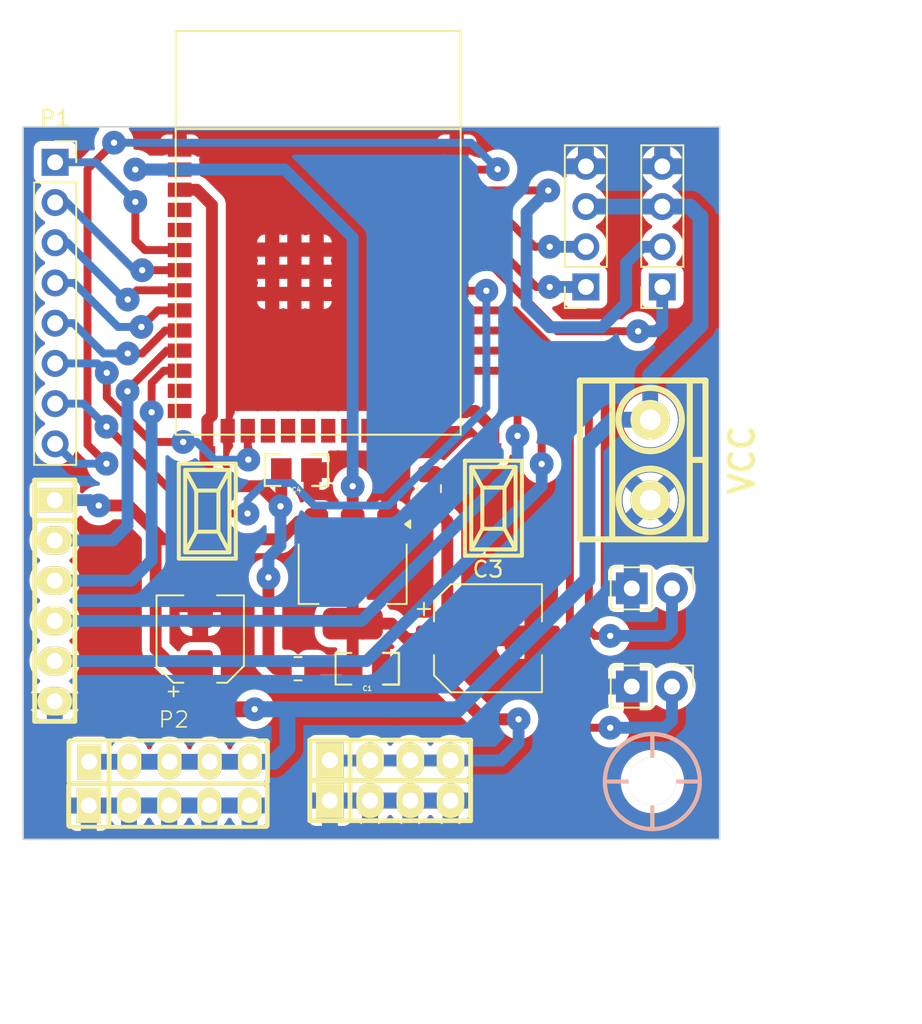
<source format=kicad_pcb>
(kicad_pcb (version 20240108) (generator "pcbnew") (generator_version "8.0")
  (title_block (title "Placa Main Triatlón") (date "2024-04-01") (rev "V2.0") (company "E.E.S.T. Nº5 \"2 de Abril\" Temperley") (comment 1 "Grupo: Space Angels"))
  (layers (0 "F.Cu" signal) (31 "B.Cu" signal) (34 "B.Paste" user) (35 "F.Paste" user) (36 "B.SilkS" user "B.Silkscreen") (37 "F.SilkS" user "F.Silkscreen") (38 "B.Mask" user) (39 "F.Mask" user) (44 "Edge.Cuts" user))
  (net 0 "")
  (net 1 "GND")
  (net 2 "+5V")
  (net 3 "+3V3")
  (net 4 "/EN")
  (net 6 "/TXD")
  (net 7 "/RXD")
  (net 8 "/SDA")
  (net 9 "/SCL")
  (net 10 "/IOO")
  (net 11 "/Sensor4")
  (net 13 "/MA2")
  (net 19 "/BOTON1")
  (net 23 "/Sensor7")
  (net 24 "/MA1")
  (net 25 "/MB2")
  (net 26 "/MB1")
  (net 30 "/Sensor1")
  (net 31 "/Sensor8")
  (net 32 "/Sensor3")
  (net 33 "/Sensor5")
  (net 34 "/ENABLE")
  (net 35 "/BOTON2")
  (net 36 "/Sensor2")
  (net 37 "/Sensor6")
  (footprint "Capacitor_SMD:CP_Elec_5x4.5" (layer "F.Cu") (at 132.19 98.35 90)
    (property "Reference" "C2" (hide yes))
    (property "Value" "10uF")
    (pad "1" smd roundrect (at -2.2 0 90) (size 3 1.6) (layers "F.Cu" "F.Paste" "F.Mask") (roundrect_rratio 0.15625) (net 2 "+5V"))
    (pad "2" smd roundrect (at 2.2 0 90) (size 3 1.6) (layers "F.Cu" "F.Paste" "F.Mask") (roundrect_rratio 0.15625) (net 1 "GND"))
  )
  (footprint "Footprints EEST n5:BORNERA2_AZUL" (layer "F.Cu") (at 160.616 87.038 90)
    (property "Reference" "J1" (hide yes))
    (property "Value" "VCC" (at 0 5.8 -90) (layer "F.SilkS") (effects (font (size 1.5 1.5) (thickness 0.3))))
    (pad "1" thru_hole circle (at -2.54 0 90) (size 2.5 2.5) (drill 1.3) (layers "*.Cu" "*.Mask" "F.SilkS") (net 1 "GND"))
    (pad "2" thru_hole circle (at 2.54 0 90) (size 2.5 2.5) (drill 1.3) (layers "*.Cu" "*.Mask" "F.SilkS") (net 2 "+5V"))
  )
  (footprint "Footprints EEST n5:Pulsador_SMD_2_ALTO" (layer "F.Cu") (at 150.71 90.086 90)
    (property "Reference" "SW_BOOT1" (hide yes))
    (property "Value" "SW_Push" (hide yes))
    (pad "1" smd rect (at -3.59918 0 90) (size 1.00076 1.00076) (layers "F.Cu" "F.Paste" "F.Mask") (net 1 "GND"))
    (pad "2" smd rect (at 3.59918 0 90) (size 1.00076 1.00076) (layers "F.Cu" "F.Paste" "F.Mask") (net 10 "/IOO"))
  )
  (footprint "Footprints EEST n5:Pulsador_SMD_2_ALTO" (layer "F.Cu") (at 132.6388 90.2716 90)
    (property "Reference" "SW_EN1" (hide yes))
    (property "Value" "SW_Push" (hide yes))
    (pad "1" smd rect (at -3.59918 0 90) (size 1.00076 1.00076) (layers "F.Cu" "F.Paste" "F.Mask") (net 1 "GND"))
    (pad "2" smd rect (at 3.59918 0 90) (size 1.00076 1.00076) (layers "F.Cu" "F.Paste" "F.Mask") (net 4 "/EN"))
  )
  (footprint "Footprints EEST n5:C_0805" (layer "F.Cu") (at 138.2649 87.6808 180)
    (property "Reference" "C4" (at 0 -1.25 180) (layer "F.SilkS") (effects (font (size 0.29972 0.29972) (thickness 0.06096))))
    (property "Value" "100nF" (hide yes))
    (pad "1" smd rect (at 0.9525 0 180) (size 1.30048 1.4986) (layers "F.Cu" "F.Paste" "F.Mask") (net 4 "/EN"))
    (pad "2" smd rect (at -0.9525 0 180) (size 1.30048 1.4986) (layers "F.Cu" "F.Paste" "F.Mask") (net 1 "GND"))
  )
  (footprint "Footprints EEST n5:pin_strip_4" (layer "F.Cu") (at 144.19 108.55)
    (property "Reference" "J8" (hide yes))
    (property "Value" "3vMultiplexor" (hide yes))
    (pad "1" thru_hole rect (at -3.81 0) (size 1.75 2.2) (drill 1.00076) (layers "*.Cu" "*.Mask" "F.SilkS") (net 1 "GND"))
    (pad "2" thru_hole oval (at -1.27 0) (size 1.75 2.2) (drill 1.00076) (layers "*.Cu" "*.Mask" "F.SilkS") (net 1 "GND"))
    (pad "3" thru_hole oval (at 1.27 0) (size 1.75 2.2) (drill 1.00076) (layers "*.Cu" "*.Mask" "F.SilkS") (net 1 "GND"))
    (pad "4" thru_hole oval (at 3.81 0) (size 1.75 2.2) (drill 1.00076) (layers "*.Cu" "*.Mask" "F.SilkS") (net 1 "GND"))
  )
  (footprint "Connector_PinHeader_2.54mm:PinHeader_1x02_P2.54mm_Vertical" (layer "F.Cu") (at 161.99 95.15 -90)
    (property "Reference" "J4" (hide yes))
    (property "Value" "Boton1")
    (pad "1" thru_hole oval (at 0 0 270) (size 2 2) (drill 1) (layers "*.Cu" "*.Mask") (net 35 "/BOTON2"))
    (pad "2" thru_hole rect (at 0 2.54 270) (size 2 2) (drill 1) (layers "*.Cu" "*.Mask") (net 1 "GND"))
  )
  (footprint "Resistor_SMD:R_0805_2012Metric" (layer "F.Cu") (at 146.6596 88.8511 90)
    (property "Reference" "R2" (hide yes))
    (property "Value" "10k")
    (pad "1" smd roundrect (at -0.9125 0 90) (size 1.025 1.4) (layers "F.Cu" "F.Paste" "F.Mask") (roundrect_rratio 0.243902) (net 3 "+3V3"))
    (pad "2" smd roundrect (at 0.9125 0 90) (size 1.025 1.4) (layers "F.Cu" "F.Paste" "F.Mask") (roundrect_rratio 0.243902) (net 10 "/IOO"))
  )
  (footprint "Capacitor_SMD:CP_Elec_6.3x5.9" (layer "F.Cu") (at 150.368 98.298)
    (property "Reference" "C3" (at 0 -4.35 0) (layer "F.SilkS"))
    (property "Value" "100uF")
    (pad "1" smd roundrect (at -2.8 0) (size 3.5 1.6) (layers "F.Cu" "F.Paste" "F.Mask") (roundrect_rratio 0.15625) (net 3 "+3V3"))
    (pad "2" smd roundrect (at 2.8 0) (size 3.5 1.6) (layers "F.Cu" "F.Paste" "F.Mask") (roundrect_rratio 0.15625) (net 1 "GND"))
  )
  (footprint "Resistor_SMD:R_0805_2012Metric" (layer "F.Cu") (at 138.365 100.225 180)
    (property "Reference" "R1" (hide yes))
    (property "Value" "10k")
    (pad "1" smd roundrect (at -0.9125 0 180) (size 1.025 1.4) (layers "F.Cu" "F.Paste" "F.Mask") (roundrect_rratio 0.243902) (net 3 "+3V3"))
    (pad "2" smd roundrect (at 0.9125 0 180) (size 1.025 1.4) (layers "F.Cu" "F.Paste" "F.Mask") (roundrect_rratio 0.243902) (net 4 "/EN"))
  )
  (footprint "EESTN5:hole_3mm" (layer "F.Cu") (at 160.75 107.35)
    (property "Reference" "hole_3mm" (hide yes))
    (property "Value" "VAL**" (hide yes))
    (pad "1" thru_hole circle (at 0 0) (size 3 3) (drill 3) (layers "*.Cu" "F.SilkS"))
  )
  (footprint "LOGO R:Pin_Header_02x05" (layer "F.Cu") (at 130.52 111.441)
    (property "Reference" "P2" (at 0 -8 0) (layer "F.SilkS") (effects (font (thickness 0.1))))
    (property "Value" "5vMultiplexor")
    (pad "1" thru_hole rect (at -5.35 -5.341) (size 1.524 2.19964) (drill 1.00076) (layers "*.Cu" "*.Mask" "F.SilkS") (net 2 "+5V"))
    (pad "2" thru_hole rect (at -5.37 -2.58) (size 1.524 2.19964) (drill 1.00076) (layers "*.Cu" "*.Mask" "F.SilkS") (net 1 "GND"))
    (pad "3" thru_hole oval (at -2.81 -5.341) (size 1.524 2.19964) (drill 1.00076) (layers "*.Cu" "*.Mask" "F.SilkS") (net 2 "+5V"))
    (pad "4" thru_hole oval (at -2.83 -2.58) (size 1.524 2.19964) (drill 1.00076) (layers "*.Cu" "*.Mask" "F.SilkS") (net 1 "GND"))
    (pad "5" thru_hole oval (at -0.27 -5.341) (size 1.524 2.19964) (drill 1.00076) (layers "*.Cu" "*.Mask" "F.SilkS") (net 2 "+5V"))
    (pad "6" thru_hole oval (at -0.29 -2.58) (size 1.524 2.19964) (drill 1.00076) (layers "*.Cu" "*.Mask" "F.SilkS") (net 1 "GND"))
    (pad "7" thru_hole oval (at 2.27 -5.341) (size 1.524 2.19964) (drill 1.00076) (layers "*.Cu" "*.Mask" "F.SilkS") (net 2 "+5V"))
    (pad "8" thru_hole oval (at 2.25 -2.58) (size 1.524 2.19964) (drill 1.00076) (layers "*.Cu" "*.Mask" "F.SilkS") (net 1 "GND"))
    (pad "9" thru_hole oval (at 4.81 -5.341) (size 1.524 2.19964) (drill 1.00076) (layers "*.Cu" "*.Mask" "F.SilkS") (net 2 "+5V"))
    (pad "10" thru_hole oval (at 4.79 -2.58) (size 1.524 2.19964) (drill 1.00076) (layers "*.Cu" "*.Mask" "F.SilkS") (net 1 "GND"))
  )
  (footprint "Connector_PinSocket_2.54mm:PinSocket_1x04_P2.54mm_Vertical" (layer "F.Cu") (at 156.552 76.116 180)
    (property "Reference" "J2" (hide yes))
    (property "Value" "Programador")
    (pad "1" thru_hole rect (at 0 0 180) (size 1.7 1.7) (drill 1) (layers "*.Cu" "*.Mask") (net 7 "/RXD"))
    (pad "2" thru_hole oval (at 0 2.54 180) (size 1.7 1.7) (drill 1) (layers "*.Cu" "*.Mask") (net 6 "/TXD"))
    (pad "3" thru_hole oval (at 0 5.08 180) (size 1.7 1.7) (drill 1) (layers "*.Cu" "*.Mask") (net 2 "+5V"))
    (pad "4" thru_hole oval (at 0 7.62 180) (size 1.7 1.7) (drill 1) (layers "*.Cu" "*.Mask") (net 1 "GND"))
  )
  (footprint "Footprints EEST n5:C_0805" (layer "F.Cu") (at 142.74 100.225 180)
    (property "Reference" "C1" (at 0 -1.25 180) (layer "F.SilkS") (effects (font (size 0.29972 0.29972) (thickness 0.06096))))
    (property "Value" "100nF" (hide yes))
    (pad "1" smd rect (at 0.9525 0 180) (size 1.30048 1.4986) (layers "F.Cu" "F.Paste" "F.Mask") (net 3 "+3V3"))
    (pad "2" smd rect (at -0.9525 0 180) (size 1.30048 1.4986) (layers "F.Cu" "F.Paste" "F.Mask") (net 1 "GND"))
  )
  (footprint "Connector_PinSocket_2.54mm:PinSocket_1x04_P2.54mm_Vertical" (layer "F.Cu") (at 161.378 76.116 180)
    (property "Reference" "J3" (hide yes))
    (property "Value" "I2C")
    (pad "1" thru_hole rect (at 0 0 180) (size 1.7 1.7) (drill 1) (layers "*.Cu" "*.Mask") (net 8 "/SDA"))
    (pad "2" thru_hole oval (at 0 2.54 180) (size 1.7 1.7) (drill 1) (layers "*.Cu" "*.Mask") (net 9 "/SCL"))
    (pad "3" thru_hole oval (at 0 5.08 180) (size 1.7 1.7) (drill 1) (layers "*.Cu" "*.Mask") (net 2 "+5V"))
    (pad "4" thru_hole oval (at 0 7.62 180) (size 1.7 1.7) (drill 1) (layers "*.Cu" "*.Mask") (net 1 "GND"))
  )
  (footprint "Connector_PinHeader_2.54mm:PinHeader_1x02_P2.54mm_Vertical" (layer "F.Cu") (at 161.99 101.35 -90)
    (property "Reference" "J5" (hide yes))
    (property "Value" "Boton2")
    (pad "1" thru_hole circle (at 0 0 270) (size 2 2) (drill 1) (layers "*.Cu" "*.Mask") (net 19 "/BOTON1"))
    (pad "2" thru_hole rect (at 0 2.54 270) (size 2 2) (drill 1) (layers "*.Cu" "*.Mask") (net 1 "GND"))
  )
  (footprint "Connector_PinSocket_2.54mm:PinSocket_1x08_P2.54mm_Vertical" (layer "F.Cu") (at 123.024 68.242)
    (property "Reference" "P1" (at 0 -2.77 0) (layer "F.SilkS"))
    (property "Value" "Sensores")
    (pad "1" thru_hole rect (at 0 0) (size 1.7 1.7) (drill 1) (layers "*.Cu" "*.Mask") (net 30 "/Sensor1"))
    (pad "2" thru_hole oval (at 0 2.54) (size 1.7 1.7) (drill 1) (layers "*.Cu" "*.Mask") (net 36 "/Sensor2"))
    (pad "3" thru_hole oval (at 0 5.08) (size 1.7 1.7) (drill 1) (layers "*.Cu" "*.Mask") (net 32 "/Sensor3"))
    (pad "4" thru_hole oval (at 0 7.62) (size 1.7 1.7) (drill 1) (layers "*.Cu" "*.Mask") (net 11 "/Sensor4"))
    (pad "5" thru_hole oval (at 0 10.16) (size 1.7 1.7) (drill 1) (layers "*.Cu" "*.Mask") (net 33 "/Sensor5"))
    (pad "6" thru_hole oval (at 0 12.7) (size 1.7 1.7) (drill 1) (layers "*.Cu" "*.Mask") (net 37 "/Sensor6"))
    (pad "7" thru_hole oval (at 0 15.24) (size 1.7 1.7) (drill 1) (layers "*.Cu" "*.Mask") (net 23 "/Sensor7"))
    (pad "8" thru_hole oval (at 0 17.78) (size 1.7 1.7) (drill 1) (layers "*.Cu" "*.Mask") (net 31 "/Sensor8"))
  )
  (footprint "Package_TO_SOT_SMD:SOT-223-3_TabPin2" (layer "F.Cu") (at 141.82 94.225 -90)
    (property "Reference" "U1" (hide yes))
    (property "Value" "AMS1117-3.3")
    (pad "1" smd roundrect (at -3.15 -2.3 270) (size 2 1.5) (layers "F.Cu" "F.Paste" "F.Mask") (net 1 "GND"))
    (pad "2" smd roundrect (at -3.15 0 270) (size 2 1.5) (layers "F.Cu" "F.Paste" "F.Mask") (net 3 "+3V3"))
    (pad "2" smd roundrect (at 3.15 0 270) (size 2 3.8) (layers "F.Cu" "F.Paste" "F.Mask") (net 3 "+3V3"))
    (pad "3" smd roundrect (at -3.15 2.3 270) (size 2 1.5) (layers "F.Cu" "F.Paste" "F.Mask") (net 2 "+5V"))
  )
  (footprint "Footprints EEST n5:pin_strip_4" (layer "F.Cu") (at 144.19 106)
    (property "Reference" "J7" (hide yes))
    (property "Value" "3vMultiplexor" (hide yes))
    (pad "1" thru_hole rect (at -3.81 0) (size 1.75 2.2) (drill 1.00076) (layers "*.Cu" "*.Mask" "F.SilkS") (net 3 "+3V3"))
    (pad "2" thru_hole oval (at -1.27 0) (size 1.75 2.2) (drill 1.00076) (layers "*.Cu" "*.Mask" "F.SilkS") (net 3 "+3V3"))
    (pad "3" thru_hole oval (at 1.27 0) (size 1.75 2.2) (drill 1.00076) (layers "*.Cu" "*.Mask" "F.SilkS") (net 3 "+3V3"))
    (pad "4" thru_hole oval (at 3.81 0) (size 1.75 2.2) (drill 1.00076) (layers "*.Cu" "*.Mask" "F.SilkS") (net 3 "+3V3"))
  )
  (footprint "EESTN5:ESP32-WROOM-32E" (layer "F.Cu") (at 139.64 75.69)
    (property "Reference" "U3" (hide yes))
    (property "Value" "ESP32-WROOM-32E")
    (pad "3V3" smd rect (at -8.75 -6.985) (size 1.5 0.9) (layers "F.Cu" "F.Paste" "F.Mask") (net 3 "+3V3"))
    (pad "5" smd rect (at -8.75 -4.445) (size 1.5 0.9) (layers "F.Cu" "F.Paste" "F.Mask"))
    (pad "8" smd rect (at -8.75 -3.175) (size 1.5 0.9) (layers "F.Cu" "F.Paste" "F.Mask"))
    (pad "9" smd rect (at -8.75 -5.715) (size 1.5 0.9) (layers "F.Cu" "F.Paste" "F.Mask") (net 4 "/EN"))
    (pad "10" smd rect (at -8.75 -1.905) (size 1.5 0.9) (layers "F.Cu" "F.Paste" "F.Mask") (net 30 "/Sensor1"))
    (pad "11" smd rect (at -8.75 -0.635) (size 1.5 0.9) (layers "F.Cu" "F.Paste" "F.Mask") (net 36 "/Sensor2"))
    (pad "12" smd rect (at -8.75 0.635) (size 1.5 0.9) (layers "F.Cu" "F.Paste" "F.Mask") (net 32 "/Sensor3"))
    (pad "13" smd rect (at -8.75 1.905) (size 1.5 0.9) (layers "F.Cu" "F.Paste" "F.Mask") (net 11 "/Sensor4"))
    (pad "14" smd rect (at -8.75 3.175) (size 1.5 0.9) (layers "F.Cu" "F.Paste" "F.Mask") (net 33 "/Sensor5"))
    (pad "15" smd rect (at -8.75 4.445) (size 1.5 0.9) (layers "F.Cu" "F.Paste" "F.Mask") (net 24 "/MA1"))
    (pad "16" smd rect (at -8.75 5.715) (size 1.5 0.9) (layers "F.Cu" "F.Paste" "F.Mask") (net 13 "/MA2"))
    (pad "17" smd rect (at -8.75 6.985) (size 1.5 0.9) (layers "F.Cu" "F.Paste" "F.Mask"))
    (pad "18" smd rect (at -8.75 8.255) (size 1.5 0.9) (layers "F.Cu" "F.Paste" "F.Mask"))
    (pad "20" smd rect (at -4.445 9.505 90) (size 1.5 0.9) (layers "F.Cu" "F.Paste" "F.Mask") (net 37 "/Sensor6"))
    (pad "21" smd rect (at 4.445 9.505 90) (size 1.5 0.9) (layers "F.Cu" "F.Paste" "F.Mask"))
    (pad "22" smd rect (at 5.715 9.505 90) (size 1.5 0.9) (layers "F.Cu" "F.Paste" "F.Mask"))
    (pad "23" smd rect (at 8.75 8.255 180) (size 1.5 0.9) (layers "F.Cu" "F.Paste" "F.Mask") (net 10 "/IOO"))
    (pad "24" smd rect (at 8.75 6.985 180) (size 1.5 0.9) (layers "F.Cu" "F.Paste" "F.Mask") (net 34 "/ENABLE"))
    (pad "25" smd rect (at 8.75 5.715 180) (size 1.5 0.9) (layers "F.Cu" "F.Paste" "F.Mask") (net 26 "/MB1"))
    (pad "27" smd rect (at 8.75 4.445 180) (size 1.5 0.9) (layers "F.Cu" "F.Paste" "F.Mask") (net 25 "/MB2"))
    (pad "28" smd rect (at -3.175 9.505 90) (size 1.5 0.9) (layers "F.Cu" "F.Paste" "F.Mask"))
    (pad "29" smd rect (at -1.905 9.505 90) (size 1.5 0.9) (layers "F.Cu" "F.Paste" "F.Mask"))
    (pad "30" smd rect (at -0.635 9.505 90) (size 1.5 0.9) (layers "F.Cu" "F.Paste" "F.Mask"))
    (pad "31" smd rect (at 0.635 9.505 90) (size 1.5 0.9) (layers "F.Cu" "F.Paste" "F.Mask"))
    (pad "32" smd rect (at 1.905 9.505 90) (size 1.5 0.9) (layers "F.Cu" "F.Paste" "F.Mask"))
    (pad "33" smd rect (at 3.175 9.505 90) (size 1.5 0.9) (layers "F.Cu" "F.Paste" "F.Mask"))
    (pad "34" smd rect (at 8.75 3.175 180) (size 1.5 0.9) (layers "F.Cu" "F.Paste" "F.Mask") (net 19 "/BOTON1"))
    (pad "35" smd rect (at 8.75 1.905 180) (size 1.5 0.9) (layers "F.Cu" "F.Paste" "F.Mask") (net 35 "/BOTON2"))
    (pad "36" smd rect (at 8.75 -6.985 180) (size 1.5 0.9) (layers "F.Cu" "F.Paste" "F.Mask") (net 31 "/Sensor8"))
    (pad "38" smd rect (at 8.75 0.635 180) (size 1.5 0.9) (layers "F.Cu" "F.Paste" "F.Mask") (net 23 "/Sensor7"))
    (pad "39" smd rect (at 8.75 -5.715 180) (size 1.5 0.9) (layers "F.Cu" "F.Paste" "F.Mask") (net 9 "/SCL"))
    (pad "40" smd rect (at 8.75 -3.175 180) (size 1.5 0.9) (layers "F.Cu" "F.Paste" "F.Mask") (net 7 "/RXD"))
    (pad "41" smd rect (at 8.75 -4.445 180) (size 1.5 0.9) (layers "F.Cu" "F.Paste" "F.Mask") (net 6 "/TXD"))
    (pad "42" smd rect (at 8.75 -1.905 180) (size 1.5 0.9) (layers "F.Cu" "F.Paste" "F.Mask") (net 8 "/SDA"))
    (pad "GND" smd rect (at -8.75 -8.255) (size 1.5 0.9) (layers "F.Cu" "F.Paste" "F.Mask") (net 1 "GND"))
    (pad "GND" smd rect (at -5.715 9.505 90) (size 1.5 0.9) (layers "F.Cu" "F.Paste" "F.Mask") (net 1 "GND"))
    (pad "GND" smd rect (at -2.9 -1.935) (size 0.9 0.9) (layers "F.Cu" "F.Paste" "F.Mask") (net 1 "GND"))
    (pad "GND" smd rect (at -2.9 -0.535) (size 0.9 0.9) (layers "F.Cu" "F.Paste" "F.Mask") (net 1 "GND"))
    (pad "GND" smd rect (at -2.9 0.865) (size 0.9 0.9) (layers "F.Cu" "F.Paste" "F.Mask") (net 1 "GND"))
    (pad "GND" smd rect (at -1.5 -1.935) (size 0.9 0.9) (layers "F.Cu" "F.Paste" "F.Mask") (net 1 "GND"))
    (pad "GND" smd rect (at -1.5 -0.535) (size 0.9 0.9) (layers "F.Cu" "F.Paste" "F.Mask") (net 1 "GND"))
    (pad "GND" smd rect (at -1.5 0.865) (size 0.9 0.9) (layers "F.Cu" "F.Paste" "F.Mask") (net 1 "GND"))
    (pad "GND" smd rect (at -0.1 -1.935) (size 0.9 0.9) (layers "F.Cu" "F.Paste" "F.Mask") (net 1 "GND"))
    (pad "GND" smd rect (at -0.1 -0.535) (size 0.9 0.9) (layers "F.Cu" "F.Paste" "F.Mask") (net 1 "GND"))
    (pad "GND" smd rect (at -0.1 0.865) (size 0.9 0.9) (layers "F.Cu" "F.Paste" "F.Mask") (net 1 "GND"))
    (pad "GND" smd rect (at 8.75 -8.255 180) (size 1.5 0.9) (layers "F.Cu" "F.Paste" "F.Mask") (net 1 "GND"))
    (pad "NC" smd rect (at 8.75 -0.635 180) (size 1.5 0.9) (layers "F.Cu" "F.Paste" "F.Mask"))
    (zone (net 0) (net_name "") (layer "F.Cu") (connect_pads (clearance 0)) (min_thickness 0.01)
      (keepout (tracks not_allowed) (vias not_allowed) (pads not_allowed) (copperpour not_allowed) (footprints allowed))
      (fill (thermal_gap 0.508) (thermal_bridge_width 0.508))
      (polygon (pts (xy 130.64 59.945) (xy 148.64 59.945) (xy 148.64 66.135) (xy 130.64 66.135)))
    )
  )
  (footprint "Footprints EEST n5:Pin_Header_6" (layer "F.Cu") (at 122.999 95.928 -90)
    (property "Reference" "J6" (hide yes))
    (property "Value" "Motores" (hide yes))
    (pad "1" thru_hole rect (at -6.35 0 270) (size 1.524 2.19964) (drill 1.00076) (layers "*.Cu" "*.Mask" "F.SilkS") (net 2 "+5V"))
    (pad "2" thru_hole oval (at -3.81 0 270) (size 1.8 2.19964) (drill 1.00076) (layers "*.Cu" "*.Mask" "F.SilkS") (net 24 "/MA1"))
    (pad "3" thru_hole oval (at -1.27 0 270) (size 1.8 2.19964) (drill 1.00076) (layers "*.Cu" "*.Mask" "F.SilkS") (net 13 "/MA2"))
    (pad "4" thru_hole oval (at 1.27 0 270) (size 1.8 2.19964) (drill 1.00076) (layers "*.Cu" "*.Mask" "F.SilkS") (net 26 "/MB1"))
    (pad "5" thru_hole oval (at 3.81 0 270) (size 1.8 2.19964) (drill 1.00076) (layers "*.Cu" "*.Mask" "F.SilkS") (net 25 "/MB2"))
    (pad "6" thru_hole oval (at 6.35 0 270) (size 1.8 2.19964) (drill 1.00076) (layers "*.Cu" "*.Mask" "F.SilkS") (net 1 "GND"))
  )
  (gr_rect (start 121 66) (end 165 111) (stroke (width 0.1)) (fill none) (layer "Edge.Cuts"))
  (segment (start 129.814 92.05) (end 137.28 92.05) (width 0.75) (layer "F.Cu") (net 2))
  (segment (start 135.626 102.786) (end 132.596 102.786) (width 1) (layer "F.Cu") (net 2))
  (segment (start 139.37524 90.93024) (end 139.52 91.075) (width 0.75) (layer "F.Cu") (net 2))
  (segment (start 129.374 91.61) (end 129.374 98.984) (width 0.75) (layer "F.Cu") (net 2))
  (segment (start 132.596 102.786) (end 132.19 102.38) (width 1) (layer "F.Cu") (net 2))
  (segment (start 139.52 91.075) (end 139.54 91.055) (width 0.75) (layer "F.Cu") (net 2))
  (segment (start 129.374 91.61) (end 129.814 92.05) (width 0.75) (layer "F.Cu") (net 2))
  (segment (start 138.39976 90.93024) (end 139.37524 90.93024) (width 0.75) (layer "F.Cu") (net 2))
  (segment (start 137.28 92.05) (end 138.39976 90.93024) (width 0.75) (layer "F.Cu") (net 2))
  (segment (start 125.7808 89.916) (end 127.68 89.916) (width 0.75) (layer "F.Cu") (net 2))
  (segment (start 127.68 89.916) (end 129.374 91.61) (width 0.75) (layer "F.Cu") (net 2))
  (segment (start 129.374 98.984) (end 130.74 100.35) (width 0.75) (layer "F.Cu") (net 2))
  (segment (start 130.74 100.35) (end 132.19 100.35) (width 0.75) (layer "F.Cu") (net 2))
  (segment (start 132.19 102.38) (end 132.19 100.35) (width 1) (layer "F.Cu") (net 2))
  (via (at 135.626 102.786) (size 1.5) (drill 0.4) (layers "F.Cu" "B.Cu") (net 2))
  (via (at 125.7808 89.916) (size 1.5) (drill 0.4) (layers "F.Cu" "B.Cu") (net 2))
  (segment (start 125.222 89.578) (end 123.024 89.578) (width 0.75) (layer "B.Cu") (net 2))
  (segment (start 163.79 71.7) (end 163.79 78.52) (width 1) (layer "B.Cu") (net 2))
  (segment (start 135.33 106.1) (end 125.17 106.1) (width 1) (layer "B.Cu") (net 2))
  (segment (start 160.616 84.498) (end 158.252 84.498) (width 1) (layer "B.Cu") (net 2))
  (segment (start 125.7808 89.916) (end 125.56 89.916) (width 0.75) (layer "B.Cu") (net 2))
  (segment (start 125.56 89.916) (end 125.222 89.578) (width 0.75) (layer "B.Cu") (net 2))
  (segment (start 135.626 102.786) (end 144.36 102.786) (width 1) (layer "B.Cu") (net 2))
  (segment (start 161.378 71.036) (end 163.126 71.036) (width 1) (layer "B.Cu") (net 2))
  (segment (start 161.378 71.036) (end 156.552 71.036) (width 1) (layer "B.Cu") (net 2))
  (segment (start 137.7 102.786) (end 137.7 105.24) (width 1) (layer "B.Cu") (net 2))
  (segment (start 144.36 102.786) (end 144.38 102.806) (width 1) (layer "B.Cu") (net 2))
  (segment (start 156.65 94.6) (end 148.464 102.786) (width 1) (layer "B.Cu") (net 2))
  (segment (start 136.84 106.1) (end 135.33 106.1) (width 1) (layer "B.Cu") (net 2))
  (segment (start 158.252 84.498) (end 156.65 86.1) (width 1) (layer "B.Cu") (net 2))
  (segment (start 160.616 81.694) (end 160.616 84.498) (width 1) (layer "B.Cu") (net 2))
  (segment (start 137.7 105.24) (end 136.84 106.1) (width 1) (layer "B.Cu") (net 2))
  (segment (start 135.626 102.786) (end 137.7 102.786) (width 1) (layer "B.Cu") (net 2))
  (segment (start 156.65 86.1) (end 156.65 94.6) (width 1) (layer "B.Cu") (net 2))
  (segment (start 163.126 71.036) (end 163.79 71.7) (width 1) (layer "B.Cu") (net 2))
  (segment (start 148.464 102.786) (end 144.36 102.786) (width 1) (layer "B.Cu") (net 2))
  (segment (start 163.79 78.52) (end 160.616 81.694) (width 1) (layer "B.Cu") (net 2))
  (segment (start 147.8 90.904) (end 147.8 98.11) (width 0.75) (layer "F.Cu") (net 3))
  (segment (start 130.835 68.65) (end 130.89 68.705) (width 0.75) (layer "F.Cu") (net 3))
  (segment (start 145.25 98.35) (end 146.69 98.35) (width 0.75) (layer "F.Cu") (net 3))
  (segment (start 146.6596 89.6114) (end 146.6596 89.7636) (width 0.75) (layer "F.Cu") (net 3))
  (segment (start 145.89 98.35) (end 147.49 98.35) (width 0.75) (layer "F.Cu") (net 3))
  (segment (start 144.275 97.375) (end 145.25 98.35) (width 0.75) (layer "F.Cu") (net 3))
  (segment (start 141.82 88.6968) (end 141.82 97.375) (width 0.75) (layer "F.Cu") (net 3))
  (segment (start 147.49 100.83) (end 147.49 98.35) (width 0.75) (layer "F.Cu") (net 3))
  (segment (start 141.82 100.0485) (end 141.6435 100.225) (width 0.75) (layer "F.Cu") (net 3))
  (segment (start 139.2775 100.225) (end 141.7875 100.225) (width 0.75) (layer "F.Cu") (net 3))
  (segment (start 128.39 68.7) (end 130.835 68.7) (width 0.75) (layer "F.Cu") (net 3))
  (segment (start 141.82 97.375) (end 144.275 97.375) (width 0.75) (layer "F.Cu") (net 3))
  (segment (start 146.69 98.35) (end 147.49 98.35) (width 0.75) (layer "F.Cu") (net 3))
  (segment (start 147.8 98.11) (end 147.56 98.35) (width 0.75) (layer "F.Cu") (net 3))
  (segment (start 146.6596 89.7636) (end 147.8 90.904) (width 0.75) (layer "F.Cu") (net 3))
  (segment (start 142.455 98.01) (end 141.82 97.375) (width 0.75) (layer "F.Cu") (net 3))
  (segment (start 150.08 103.42) (end 147.49 100.83) (width 0.75) (layer "F.Cu") (net 3))
  (segment (start 152.3 103.42) (end 150.08 103.42) (width 0.75) (layer "F.Cu") (net 3))
  (segment (start 141.82 97.375) (end 141.82 100.0485) (width 0.75) (layer "F.Cu") (net 3))
  (segment (start 147.56 98.35) (end 146.69 98.35) (width 0.75) (layer "F.Cu") (net 3))
  (via (at 128.09 68.7) (size 1.5) (drill 0.4) (layers "F.Cu" "B.Cu") (net 3))
  (via (at 152.3 103.42) (size 1.5) (drill 0.4) (layers "F.Cu" "B.Cu") (net 3))
  (via (at 141.82 88.6968) (size 1.5) (drill 0.4) (layers "F.Cu" "B.Cu") (net 3))
  (segment (start 152.3 104.91) (end 151.19 106.02) (width 0.75) (layer "B.Cu") (net 3))
  (segment (start 151.19 106.02) (end 140.4 106.02) (width 0.75) (layer "B.Cu") (net 3))
  (segment (start 141.82 72.99) (end 137.53 68.7) (width 0.75) (layer "B.Cu") (net 3))
  (segment (start 152.3 103.42) (end 152.3 104.91) (width 0.75) (layer "B.Cu") (net 3))
  (segment (start 140.4 106.02) (end 140.38 106) (width 0.75) (layer "B.Cu") (net 3))
  (segment (start 141.82 88.6968) (end 141.82 72.99) (width 0.75) (layer "B.Cu") (net 3))
  (segment (start 137.53 68.7) (end 128.09 68.7) (width 0.75) (layer "B.Cu") (net 3))
  (segment (start 136.5 94.46) (end 136.5 99.76) (width 0.75) (layer "F.Cu") (net 4))
  (segment (start 132.6388 87.7316) (end 132.6388 84.5212) (width 0.75) (layer "F.Cu") (net 4))
  (segment (start 137.3124 89.916) (end 137.3124 87.6808) (width 0.75) (layer "F.Cu") (net 4))
  (segment (start 133.6072 88.7) (end 132.6388 87.7316) (width 0.75) (layer "F.Cu") (net 4))
  (segment (start 137.2616 89.9668) (end 137.3124 89.916) (width 0.75) (layer "F.Cu") (net 4))
  (segment (start 131.97 69.975) (end 130.89 69.975) (width 0.75) (layer "F.Cu") (net 4))
  (segment (start 136.5 99.76) (end 136.965 100.225) (width 0.75) (layer "F.Cu") (net 4))
  (segment (start 136.965 100.225) (end 137.4525 100.225) (width 0.75) (layer "F.Cu") (net 4))
  (segment (start 137.2616 89.9668) (end 135.9948 88.7) (width 0.75) (layer "F.Cu") (net 4))
  (segment (start 136.74 94.22) (end 136.5 94.46) (width 0.75) (layer "F.Cu") (net 4))
  (segment (start 135.9948 88.7) (end 133.6072 88.7) (width 0.75) (layer "F.Cu") (net 4))
  (segment (start 132.93 84.23) (end 132.93 70.935) (width 0.75) (layer "F.Cu") (net 4))
  (segment (start 132.6388 84.5212) (end 132.93 84.23) (width 0.75) (layer "F.Cu") (net 4))
  (segment (start 132.93 70.935) (end 131.97 69.975) (width 0.75) (layer "F.Cu") (net 4))
  (via (at 136.5 94.46) (size 1.5) (drill 0.4) (layers "F.Cu" "B.Cu") (net 4))
  (via (at 137.2616 89.9668) (size 1.5) (drill 0.4) (layers "F.Cu" "B.Cu") (net 4))
  (segment (start 136.5 93.21) (end 136.5 94.46) (width 0.75) (layer "B.Cu") (net 4))
  (segment (start 136.5 94.46) (end 136.74 94.22) (width 0.75) (layer "B.Cu") (net 4))
  (segment (start 137.2616 92.4484) (end 136.5 93.21) (width 0.75) (layer "B.Cu") (net 4))
  (segment (start 137.2616 89.9668) (end 137.2616 92.4484) (width 0.75) (layer "B.Cu") (net 4))
  (segment (start 150.985 71.245) (end 148.39 71.245) (width 0.5) (layer "F.Cu") (net 6))
  (segment (start 153.316 73.576) (end 150.985 71.245) (width 0.5) (layer "F.Cu") (net 6))
  (segment (start 154.266 73.576) (end 153.316 73.576) (width 0.5) (layer "F.Cu") (net 6))
  (via (at 154.266 73.576) (size 1.5) (drill 0.4) (layers "F.Cu" "B.Cu") (net 6))
  (segment (start 154.266 73.576) (end 156.552 73.576) (width 0.75) (layer "B.Cu") (net 6))
  (segment (start 149.815 72.515) (end 148.39 72.515) (width 0.5) (layer "F.Cu") (net 7))
  (segment (start 153.416 76.116) (end 149.815 72.515) (width 0.5) (layer "F.Cu") (net 7))
  (segment (start 154.266 76.116) (end 153.416 76.116) (width 0.5) (layer "F.Cu") (net 7))
  (via (at 154.266 76.116) (size 1.5) (drill 0.4) (layers "F.Cu" "B.Cu") (net 7))
  (segment (start 156.552 76.116) (end 154.266 76.116) (width 0.75) (layer "B.Cu") (net 7))
  (segment (start 149.625 73.785) (end 148.39 73.785) (width 0.5) (layer "F.Cu") (net 8))
  (segment (start 154.75 78.91) (end 149.625 73.785) (width 0.5) (layer "F.Cu") (net 8))
  (segment (start 159.854 78.91) (end 154.75 78.91) (width 0.5) (layer "F.Cu") (net 8))
  (via (at 159.854 78.91) (size 1.5) (drill 0.4) (layers "F.Cu" "B.Cu") (net 8))
  (segment (start 161.378 76.116) (end 161.378 78.542) (width 0.75) (layer "B.Cu") (net 8))
  (segment (start 161.01 78.91) (end 159.854 78.91) (width 0.75) (layer "B.Cu") (net 8))
  (segment (start 161.378 78.542) (end 161.01 78.91) (width 0.75) (layer "B.Cu") (net 8))
  (segment (start 154.178 70.02) (end 148.435 70.02) (width 0.5) (layer "F.Cu") (net 9))
  (segment (start 148.435 70.02) (end 148.39 69.975) (width 0.5) (layer "F.Cu") (net 9))
  (via (at 154.178 70.02) (size 1.5) (drill 0.4) (layers "F.Cu" "B.Cu") (net 9))
  (segment (start 152.8064 71.3916) (end 152.8064 77.216) (width 0.75) (layer "B.Cu") (net 9))
  (segment (start 159.092 74.592) (end 160.108 73.576) (width 0.75) (layer "B.Cu") (net 9))
  (segment (start 152.8064 77.216) (end 154.2464 78.656) (width 0.75) (layer "B.Cu") (net 9))
  (segment (start 160.108 73.576) (end 161.378 73.576) (width 0.75) (layer "B.Cu") (net 9))
  (segment (start 157.568 78.656) (end 159.092 77.132) (width 0.75) (layer "B.Cu") (net 9))
  (segment (start 154.178 70.02) (end 152.8064 71.3916) (width 0.75) (layer "B.Cu") (net 9))
  (segment (start 154.2464 78.656) (end 157.568 78.656) (width 0.75) (layer "B.Cu") (net 9))
  (segment (start 159.092 77.132) (end 159.092 74.592) (width 0.75) (layer "B.Cu") (net 9))
  (segment (start 146.6596 87.9386) (end 147.9814 87.9386) (width 0.75) (layer "F.Cu") (net 10))
  (segment (start 149.43318 86.48682) (end 150.71 86.48682) (width 0.75) (layer "F.Cu") (net 10))
  (segment (start 149.56 83.945) (end 148.39 83.945) (width 0.75) (layer "F.Cu") (net 10))
  (segment (start 150.71 86.48682) (end 150.71 86.265) (width 0.25) (layer "F.Cu") (net 10))
  (segment (start 147.9814 87.9386) (end 149.43318 86.48682) (width 0.75) (layer "F.Cu") (net 10))
  (segment (start 150.71 86.265) (end 150.71 85.095) (width 0.75) (layer "F.Cu") (net 10))
  (segment (start 150.71 85.095) (end 149.56 83.945) (width 0.75) (layer "F.Cu") (net 10))
  (segment (start 129.5166 77.595) (end 130.89 77.595) (width 0.5) (layer "F.Cu") (net 11))
  (segment (start 128.4732 78.6384) (end 129.5166 77.595) (width 0.5) (layer "F.Cu") (net 11))
  (via (at 128.4732 78.6384) (size 1.5) (drill 0.4) (layers "F.Cu" "B.Cu") (net 11))
  (segment (start 128.4732 78.6384) (end 127 78.6384) (width 0.5) (layer "B.Cu") (net 11))
  (segment (start 124.2236 75.862) (end 123.024 75.862) (width 0.5) (layer "B.Cu") (net 11))
  (segment (start 127 78.6384) (end 124.2236 75.862) (width 0.5) (layer "B.Cu") (net 11))
  (segment (start 129.12 82.17) (end 129.885 81.405) (width 0.5) (layer "F.Cu") (net 13))
  (segment (start 129.885 81.405) (end 130.89 81.405) (width 0.5) (layer "F.Cu") (net 13))
  (segment (start 129.12 84.0232) (end 129.12 82.17) (width 0.5) (layer "F.Cu") (net 13))
  (via (at 129.12 84.0232) (size 1.5) (drill 0.4) (layers "F.Cu" "B.Cu") (net 13))
  (segment (start 127.832 94.658) (end 123.024 94.658) (width 0.75) (layer "B.Cu") (net 13))
  (segment (start 129.12 93.37) (end 127.832 94.658) (width 0.75) (layer "B.Cu") (net 13))
  (segment (start 129.12 84.0232) (end 129.12 93.37) (width 0.75) (layer "B.Cu") (net 13))
  (segment (start 156.24 103.95) (end 155.54 103.25) (width 0.5) (layer "F.Cu") (net 19))
  (segment (start 158.09 103.95) (end 156.24 103.95) (width 0.5) (layer "F.Cu") (net 19))
  (segment (start 155.54 103.25) (end 155.54 82.5) (width 0.5) (layer "F.Cu") (net 19))
  (segment (start 155.54 82.5) (end 151.905 78.865) (width 0.5) (layer "F.Cu") (net 19))
  (segment (start 151.905 78.865) (end 148.39 78.865) (width 0.5) (layer "F.Cu") (net 19))
  (via (at 158.09 103.95) (size 1.5) (drill 0.4) (layers "F.Cu" "B.Cu") (net 19))
  (segment (start 161.99 101.35) (end 161.99 103.5) (width 0.75) (layer "B.Cu") (net 19))
  (segment (start 161.54 103.95) (end 158.09 103.95) (width 0.75) (layer "B.Cu") (net 19))
  (segment (start 161.99 103.5) (end 161.54 103.95) (width 0.75) (layer "B.Cu") (net 19))
  (segment (start 150.2664 76.3524) (end 148.4174 76.3524) (width 0.5) (layer "F.Cu") (net 23))
  (segment (start 148.4174 76.3524) (end 148.39 76.325) (width 0.5) (layer "F.Cu") (net 23))
  (segment (start 131.7752 90.424) (end 135.1788 90.424) (width 0.5) (layer "F.Cu") (net 23))
  (segment (start 126.2888 84.9376) (end 131.7752 90.424) (width 0.5) (layer "F.Cu") (net 23))
  (segment (start 126.271 84.9376) (end 126.2888 84.9376) (width 0.5) (layer "F.Cu") (net 23))
  (via (at 126.271 84.9376) (size 1.5) (drill 0.4) (layers "F.Cu" "B.Cu") (net 23))
  (via (at 135.1788 90.424) (size 1.5) (drill 0.4) (layers "F.Cu" "B.Cu") (net 23))
  (via (at 150.2664 76.3524) (size 1.5) (drill 0.4) (layers "F.Cu" "B.Cu") (net 23))
  (segment (start 135.1788 89.5604) (end 136.2456 88.4936) (width 0.5) (layer "B.Cu") (net 23))
  (segment (start 135.1788 90.424) (end 135.1788 89.5604) (width 0.5) (layer "B.Cu") (net 23))
  (segment (start 137.9728 88.4936) (end 139.3952 89.916) (width 0.5) (layer "B.Cu") (net 23))
  (segment (start 136.2456 88.4936) (end 137.9728 88.4936) (width 0.5) (layer "B.Cu") (net 23))
  (segment (start 124.8154 83.482) (end 123.024 83.482) (width 0.5) (layer "B.Cu") (net 23))
  (segment (start 139.3952 89.916) (end 144.0688 89.916) (width 0.5) (layer "B.Cu") (net 23))
  (segment (start 150.2664 83.7184) (end 150.2664 76.3524) (width 0.5) (layer "B.Cu") (net 23))
  (segment (start 126.271 84.9376) (end 124.8154 83.482) (width 0.5) (layer "B.Cu") (net 23))
  (segment (start 144.0688 89.916) (end 150.2664 83.7184) (width 0.5) (layer "B.Cu") (net 23))
  (segment (start 130.0754 80.135) (end 130.89 80.135) (width 0.5) (layer "F.Cu") (net 24))
  (segment (start 127.596 82.6144) (end 130.0754 80.135) (width 0.5) (layer "F.Cu") (net 24))
  (segment (start 127.596 82.7024) (end 127.596 82.6144) (width 0.5) (layer "F.Cu") (net 24))
  (via (at 127.596 82.7024) (size 1.5) (drill 0.4) (layers "F.Cu" "B.Cu") (net 24))
  (segment (start 127.596 82.7024) (end 127.596 91.194) (width 0.75) (layer "B.Cu") (net 24))
  (segment (start 126.672 92.118) (end 123.024 92.118) (width 0.75) (layer "B.Cu") (net 24))
  (segment (start 127.596 91.194) (end 126.672 92.118) (width 0.75) (layer "B.Cu") (net 24))
  (segment (start 153.758 87.292) (end 153.758 82.318) (width 0.5) (layer "F.Cu") (net 25))
  (segment (start 153.758 82.318) (end 151.575 80.135) (width 0.5) (layer "F.Cu") (net 25))
  (segment (start 151.575 80.135) (end 148.39 80.135) (width 0.5) (layer "F.Cu") (net 25))
  (via (at 153.758 87.292) (size 1.5) (drill 0.4) (layers "F.Cu" "B.Cu") (net 25))
  (segment (start 123.024 99.738) (end 142.702 99.738) (width 0.75) (layer "B.Cu") (net 25))
  (segment (start 153.758 88.682) (end 153.758 87.292) (width 0.75) (layer "B.Cu") (net 25))
  (segment (start 142.702 99.738) (end 153.758 88.682) (width 0.75) (layer "B.Cu") (net 25))
  (segment (start 152.234 85.514) (end 152.234 82.444) (width 0.5) (layer "F.Cu") (net 26))
  (segment (start 151.195 81.405) (end 148.39 81.405) (width 0.5) (layer "F.Cu") (net 26))
  (segment (start 152.234 82.444) (end 151.195 81.405) (width 0.5) (layer "F.Cu") (net 26))
  (via (at 152.234 85.514) (size 1.5) (drill 0.4) (layers "F.Cu" "B.Cu") (net 26))
  (segment (start 142.382 97.198) (end 152.234 87.346) (width 0.75) (layer "B.Cu") (net 26))
  (segment (start 152.234 87.346) (end 152.234 85.514) (width 0.75) (layer "B.Cu") (net 26))
  (segment (start 123.024 97.198) (end 142.382 97.198) (width 0.75) (layer "B.Cu") (net 26))
  (segment (start 128.6998 73.785) (end 130.89 73.785) (width 0.5) (layer "F.Cu") (net 30))
  (segment (start 128.0922 73.1774) (end 128.6998 73.785) (width 0.5) (layer "F.Cu") (net 30))
  (segment (start 128.0922 70.739) (end 128.0922 73.1774) (width 0.5) (layer "F.Cu") (net 30))
  (via (at 128.0922 70.739) (size 1.5) (drill 0.4) (layers "F.Cu" "B.Cu") (net 30))
  (segment (start 125.5952 68.242) (end 123.024 68.242) (width 0.5) (layer "B.Cu") (net 30))
  (segment (start 128.0922 70.739) (end 125.5952 68.242) (width 0.5) (layer "B.Cu") (net 30))
  (segment (start 125.0696 68.6816) (end 126.746 67.0052) (width 0.5) (layer "F.Cu") (net 31))
  (segment (start 150.9776 68.6816) (end 150.9542 68.705) (width 0.5) (layer "F.Cu") (net 31))
  (segment (start 126.271 87.2744) (end 125.0696 86.073) (width 0.5) (layer "F.Cu") (net 31))
  (segment (start 150.9542 68.705) (end 148.39 68.705) (width 0.5) (layer "F.Cu") (net 31))
  (segment (start 125.0696 86.073) (end 125.0696 68.6816) (width 0.5) (layer "F.Cu") (net 31))
  (via (at 150.9776 68.6816) (size 1.5) (drill 0.4) (layers "F.Cu" "B.Cu") (net 31))
  (via (at 126.271 87.2744) (size 1.5) (drill 0.4) (layers "F.Cu" "B.Cu") (net 31))
  (via (at 126.746 67.0052) (size 1.5) (drill 0.4) (layers "F.Cu" "B.Cu") (net 31))
  (segment (start 149.3012 67.0052) (end 150.9776 68.6816) (width 0.5) (layer "B.Cu") (net 31))
  (segment (start 126.271 87.2744) (end 124.2764 87.2744) (width 0.5) (layer "B.Cu") (net 31))
  (segment (start 126.746 67.0052) (end 149.3012 67.0052) (width 0.5) (layer "B.Cu") (net 31))
  (segment (start 124.2764 87.2744) (end 123.024 86.022) (width 0.5) (layer "B.Cu") (net 31))
  (segment (start 128.1958 76.325) (end 130.89 76.325) (width 0.5) (layer "F.Cu") (net 32))
  (segment (start 127.6096 76.9112) (end 128.1958 76.325) (width 0.5) (layer "F.Cu") (net 32))
  (via (at 127.6096 76.9112) (size 1.5) (drill 0.4) (layers "F.Cu" "B.Cu") (net 32))
  (segment (start 127.4064 76.9112) (end 123.8172 73.322) (width 0.5) (layer "B.Cu") (net 32))
  (segment (start 123.8172 73.322) (end 122.9732 73.322) (width 0.5) (layer "B.Cu") (net 32))
  (segment (start 127.6096 76.9112) (end 127.4064 76.9112) (width 0.5) (layer "B.Cu") (net 32))
  (segment (start 129.9738 78.865) (end 130.89 78.865) (width 0.5) (layer "F.Cu") (net 33))
  (segment (start 127.6096 80.3148) (end 128.524 80.3148) (width 0.5) (layer "F.Cu") (net 33))
  (segment (start 128.524 80.3148) (end 129.9738 78.865) (width 0.5) (layer "F.Cu") (net 33))
  (via (at 127.6096 80.3148) (size 1.5) (drill 0.4) (layers "F.Cu" "B.Cu") (net 33))
  (segment (start 124.1728 78.402) (end 123.024 78.402) (width 0.5) (layer "B.Cu") (net 33))
  (segment (start 127.6096 80.3148) (end 126.0856 80.3148) (width 0.5) (layer "B.Cu") (net 33))
  (segment (start 126.0856 80.3148) (end 124.1728 78.402) (width 0.5) (layer "B.Cu") (net 33))
  (segment (start 157.79 98.15) (end 157.14 98.15) (width 0.5) (layer "F.Cu") (net 35))
  (segment (start 156.74 97.75) (end 156.74 82.275) (width 0.5) (layer "F.Cu") (net 35))
  (segment (start 156.74 82.275) (end 152.06 77.595) (width 0.5) (layer "F.Cu") (net 35))
  (segment (start 157.14 98.15) (end 156.74 97.75) (width 0.5) (layer "F.Cu") (net 35))
  (segment (start 152.06 77.595) (end 148.39 77.595) (width 0.5) (layer "F.Cu") (net 35))
  (via (at 158.09 98.15) (size 1.5) (drill 0.4) (layers "F.Cu" "B.Cu") (net 35))
  (segment (start 158.09 98.15) (end 161.64 98.15) (width 0.75) (layer "B.Cu") (net 35))
  (segment (start 161.99 97.8) (end 161.99 95.15) (width 0.75) (layer "B.Cu") (net 35))
  (segment (start 161.64 98.15) (end 161.99 97.8) (width 0.75) (layer "B.Cu") (net 35))
  (segment (start 128.524 75.055) (end 130.89 75.055) (width 0.5) (layer "F.Cu") (net 36))
  (via (at 128.524 75.055) (size 1.5) (drill 0.4) (layers "F.Cu" "B.Cu") (net 36))
  (segment (start 128.0394 75.055) (end 123.7664 70.782) (width 0.5) (layer "B.Cu") (net 36))
  (segment (start 128.524 75.055) (end 128.0394 75.055) (width 0.5) (layer "B.Cu") (net 36))
  (segment (start 123.7664 70.782) (end 123.024 70.782) (width 0.5) (layer "B.Cu") (net 36))
  (segment (start 126.2888 83.092257) (end 126.2888 81.534) (width 0.5) (layer "F.Cu") (net 37))
  (segment (start 131.1148 85.9028) (end 129.099343 85.9028) (width 0.5) (layer "F.Cu") (net 37))
  (segment (start 135.2296 86.2768) (end 135.195 86.2422) (width 0.5) (layer "F.Cu") (net 37))
  (segment (start 135.195 86.2422) (end 135.195 85.195) (width 0.5) (layer "F.Cu") (net 37))
  (segment (start 129.099343 85.9028) (end 126.2888 83.092257) (width 0.5) (layer "F.Cu") (net 37))
  (segment (start 135.2296 87.0204) (end 135.2296 86.2768) (width 0.5) (layer "F.Cu") (net 37))
  (via (at 135.2296 87.0204) (size 1.5) (drill 0.4) (layers "F.Cu" "B.Cu") (net 37))
  (via (at 126.2888 81.534) (size 1.5) (drill 0.4) (layers "F.Cu" "B.Cu") (net 37))
  (via (at 131.1148 85.9028) (size 1.5) (drill 0.4) (layers "F.Cu" "B.Cu") (net 37))
  (segment (start 125.6968 80.942) (end 123.024 80.942) (width 0.5) (layer "B.Cu") (net 37))
  (segment (start 133.096 87.0204) (end 135.2296 87.0204) (width 0.5) (layer "B.Cu") (net 37))
  (segment (start 126.2888 81.534) (end 125.6968 80.942) (width 0.5) (layer "B.Cu") (net 37))
  (segment (start 131.1148 85.9028) (end 131.9784 85.9028) (width 0.5) (layer "B.Cu") (net 37))
  (segment (start 131.9784 85.9028) (end 133.096 87.0204) (width 0.5) (layer "B.Cu") (net 37))
  (zone (net 1) (net_name "GND") (layers "F&B.Cu") (connect_pads (clearance 0.5)) (min_thickness 0.25) (fill yes (thermal_gap 0.5) (thermal_bridge_width 1))
    (polygon (pts (xy 164.9984 65.9892) (xy 164.9984 110.998) (xy 121.0056 110.998) (xy 121.0056 65.9892)))
  )
)
</source>
